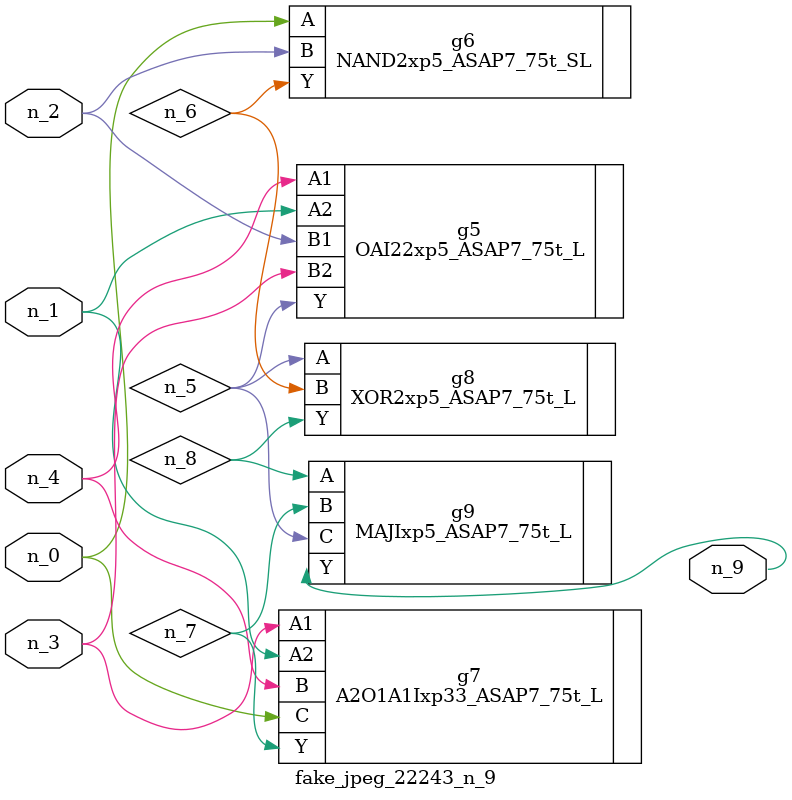
<source format=v>
module fake_jpeg_22243_n_9 (n_3, n_2, n_1, n_0, n_4, n_9);

input n_3;
input n_2;
input n_1;
input n_0;
input n_4;

output n_9;

wire n_8;
wire n_6;
wire n_5;
wire n_7;

OAI22xp5_ASAP7_75t_L g5 ( 
.A1(n_4),
.A2(n_1),
.B1(n_2),
.B2(n_3),
.Y(n_5)
);

NAND2xp5_ASAP7_75t_SL g6 ( 
.A(n_0),
.B(n_2),
.Y(n_6)
);

A2O1A1Ixp33_ASAP7_75t_L g7 ( 
.A1(n_3),
.A2(n_1),
.B(n_4),
.C(n_0),
.Y(n_7)
);

XOR2xp5_ASAP7_75t_L g8 ( 
.A(n_5),
.B(n_6),
.Y(n_8)
);

MAJIxp5_ASAP7_75t_L g9 ( 
.A(n_8),
.B(n_7),
.C(n_5),
.Y(n_9)
);


endmodule
</source>
